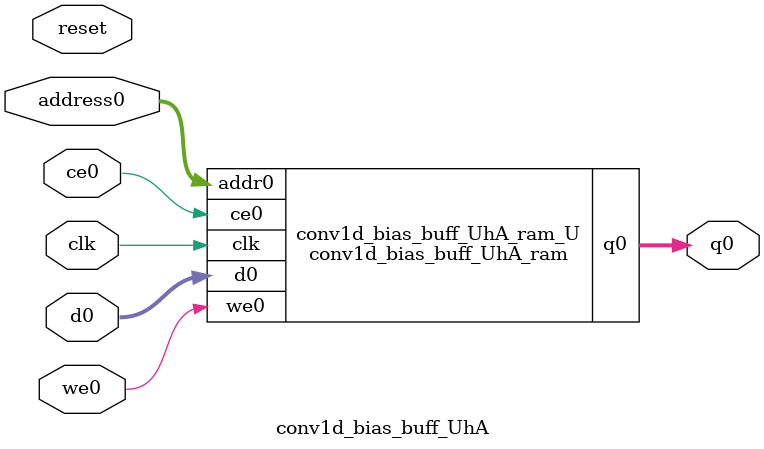
<source format=v>
`timescale 1 ns / 1 ps
module conv1d_bias_buff_UhA_ram (addr0, ce0, d0, we0, q0,  clk);

parameter DWIDTH = 16;
parameter AWIDTH = 6;
parameter MEM_SIZE = 64;

input[AWIDTH-1:0] addr0;
input ce0;
input[DWIDTH-1:0] d0;
input we0;
output reg[DWIDTH-1:0] q0;
input clk;

(* ram_style = "block" *)reg [DWIDTH-1:0] ram[0:MEM_SIZE-1];




always @(posedge clk)  
begin 
    if (ce0) begin
        if (we0) 
            ram[addr0] <= d0; 
        q0 <= ram[addr0];
    end
end


endmodule

`timescale 1 ns / 1 ps
module conv1d_bias_buff_UhA(
    reset,
    clk,
    address0,
    ce0,
    we0,
    d0,
    q0);

parameter DataWidth = 32'd16;
parameter AddressRange = 32'd64;
parameter AddressWidth = 32'd6;
input reset;
input clk;
input[AddressWidth - 1:0] address0;
input ce0;
input we0;
input[DataWidth - 1:0] d0;
output[DataWidth - 1:0] q0;



conv1d_bias_buff_UhA_ram conv1d_bias_buff_UhA_ram_U(
    .clk( clk ),
    .addr0( address0 ),
    .ce0( ce0 ),
    .we0( we0 ),
    .d0( d0 ),
    .q0( q0 ));

endmodule


</source>
